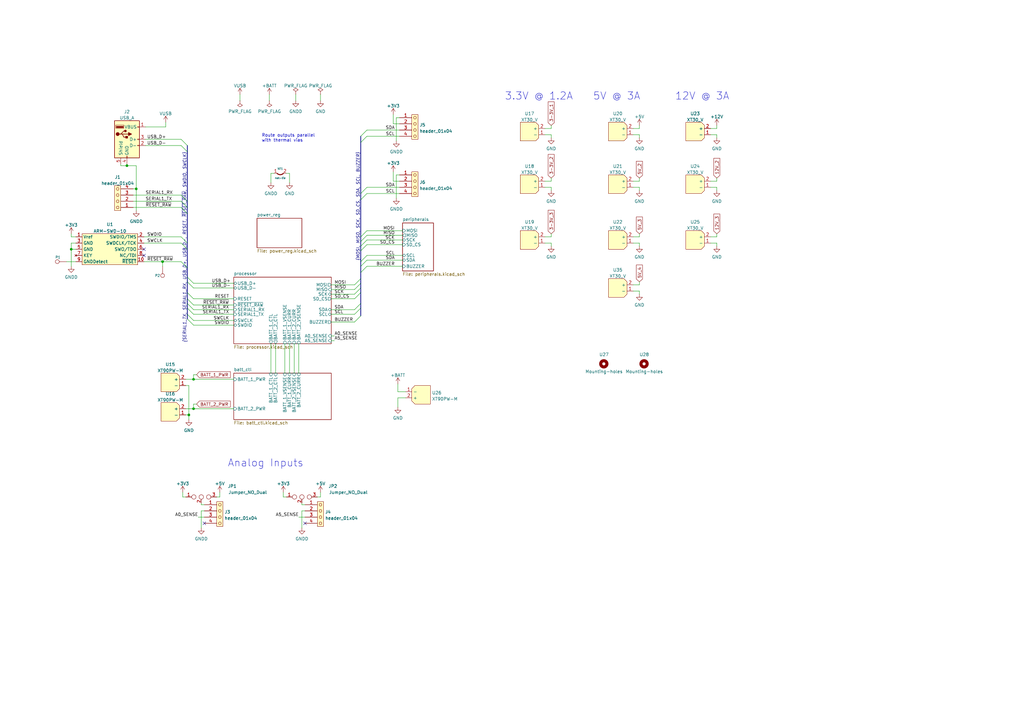
<source format=kicad_sch>
(kicad_sch (version 20211123) (generator eeschema)
  (paper "A3")
  (title_block (title "Onyx Unified Power Control Board") (date "2023-02-26") (rev "1.1") (company "Team Inspiration "))
  (lib_symbols
    (symbol "0.power-symbols:+12V" (power) (pin_names (offset 0))
      (property "Value" "+12V" (at 0 3.556 0))
      (symbol "+12V_0_1"
        (polyline (pts (xy -0.762 1.27) (xy 0 2.54)))
        (polyline (pts (xy 0 0) (xy 0 2.54)))
        (polyline (pts (xy 0 2.54) (xy 0.762 1.27)))
      )
      (symbol "+12V_1_1"
        (pin power_in line (at 0 0 90) (length 0) hide (name "+12V") (number "1"))
      )
    )
    (symbol "0.power-symbols:+3.3V" (power) (pin_names (offset 0))
      (property "Value" "+3.3V" (at 0 3.556 0))
      (symbol "+3.3V_0_1"
        (polyline (pts (xy -0.762 1.27) (xy 0 2.54)))
        (polyline (pts (xy 0 0) (xy 0 2.54)))
        (polyline (pts (xy 0 2.54) (xy 0.762 1.27)))
      )
      (symbol "+3.3V_1_1"
        (pin power_in line (at 0 0 90) (length 0) hide (name "+3V3") (number "1"))
      )
    )
    (symbol "0.power-symbols:+5V" (power) (pin_names (offset 0))
      (property "Value" "+5V" (at 0 3.556 0))
      (symbol "+5V_0_1"
        (polyline (pts (xy -0.762 1.27) (xy 0 2.54)))
        (polyline (pts (xy 0 0) (xy 0 2.54)))
        (polyline (pts (xy 0 2.54) (xy 0.762 1.27)))
      )
      (symbol "+5V_1_1"
        (pin power_in line (at 0 0 90) (length 0) hide (name "+5V") (number "1"))
      )
    )
    (symbol "0.power-symbols:+BATT" (power) (pin_names (offset 0))
      (property "Value" "+BATT" (at 0 3.556 0))
      (symbol "+BATT_0_1"
        (polyline (pts (xy -0.762 1.27) (xy 0 2.54)))
        (polyline (pts (xy 0 0) (xy 0 2.54)))
        (polyline (pts (xy 0 2.54) (xy 0.762 1.27)))
      )
      (symbol "+BATT_1_1"
        (pin power_in line (at 0 0 90) (length 0) hide (name "+BATT") (number "1"))
      )
    )
    (symbol "0.power-symbols:GND" (power) (pin_names (offset 0))
      (property "Value" "GND" (at 0 -3.81 0))
      (symbol "GND_0_1"
        (polyline (pts (xy 0 0) (xy 0 -1.27) (xy 1.27 -1.27) (xy 0 -2.54) (xy -1.27 -1.27) (xy 0 -1.27)))
      )
      (symbol "GND_1_1"
        (pin power_in line (at 0 0 270) (length 0) hide (name "GND") (number "1"))
      )
    )
    (symbol "0.power-symbols:GNDD" (power) (pin_names (offset 0))
      (property "Value" "GNDD" (at 0 -3.81 0))
      (symbol "GNDD_0_1"
        (polyline (pts (xy 0 0) (xy 0 -1.27) (xy 1.27 -1.27) (xy 0 -2.54) (xy -1.27 -1.27) (xy 0 -1.27)))
      )
      (symbol "GNDD_1_1"
        (pin power_in line (at 0 0 270) (length 0) hide (name "GNDD") (number "1"))
      )
    )
    (symbol "0.power-symbols:PWR_FLAG" (power) (pin_numbers hide) (pin_names (offset 0) hide)
      (property "Value" "PWR_FLAG" (at 0 3.81 0))
      (symbol "PWR_FLAG_0_0"
        (pin power_out line (at 0 0 90) (length 0) (name "pwr") (number "1"))
      )
      (symbol "PWR_FLAG_0_1"
        (polyline (pts (xy 0 0) (xy 0 1.27) (xy -1.016 1.905) (xy 0 2.54) (xy 1.016 1.905) (xy 0 1.27)))
      )
    )
    (symbol "0.power-symbols:VUSB" (power) (pin_names (offset 0))
      (property "Value" "VUSB" (at 0 3.556 0))
      (symbol "VUSB_0_1"
        (polyline (pts (xy -0.762 1.27) (xy 0 2.54)))
        (polyline (pts (xy 0 0) (xy 0 2.54)))
        (polyline (pts (xy 0 2.54) (xy 0.762 1.27)))
      )
      (symbol "VUSB_1_1"
        (pin power_in line (at 0 0 90) (length 0) hide (name "VUSB") (number "1"))
      )
    )
    (symbol "0.power-symbols:net-tie" (pin_names (offset 1.016))
      (property "Reference" "NT" (at 0 0 0))
      (property "Value" "net-tie" (at 0 0 0))
      (symbol "net-tie_0_1"
        (arc (start -1.27 -1.27) (mid 0 -1.7961) (end 1.27 -1.27) (stroke (width 0.4064)))
      )
      (symbol "net-tie_1_1"
        (pin passive line (at -2.54 -1.27 0) (length 1.2446) (name "~") (number "1"))
        (pin passive line (at 2.54 -1.27 180) (length 1.2446) (name "~") (number "2"))
      )
    )
    (symbol "2.passive:Jumper_NO_Dual" (pin_names (offset 0.762) hide)
      (property "Reference" "JP" (at 1.27 -2.54 0))
      (property "Value" "Jumper_NO_Dual" (at 0 2.54 0))
      (symbol "Jumper_NO_Dual_0_1"
        (circle (center -3.048 0) (radius 0.889))
        (circle (center 0 0) (radius 0.9144))
        (circle (center 3.048 0) (radius 0.889))
        (pin passive line (at -6.35 0 0) (length 2.413) (name "1") (number "1"))
        (pin passive line (at 0 -2.54 90) (length 1.524) (name "2") (number "2"))
        (pin passive line (at 6.35 0 180) (length 2.413) (name "3") (number "3"))
      )
    )
    (symbol "5.connector.interconnect.usb_dvi_hdmi:ARM-SWD-10"
      (property "Reference" "U" (at -11.43 3.81 0))
      (property "Value" "ARM-SWD-10" (at -11.43 1.27 0))
      (symbol "ARM-SWD-10_0_1"
        (rectangle (start -11.43 0) (end 11.43 -12.7) (fill (type background)))
      )
      (symbol "ARM-SWD-10_1_1"
        (pin power_in line (at -13.97 -1.27 0) (length 2.54) (name "Vref") (number "1"))
        (pin open_collector line (at 13.97 -11.43 180) (length 2.54) (name "~{RESET}") (number "10"))
        (pin bidirectional line (at 13.97 -1.27 180) (length 2.54) (name "SWDIO/TMS") (number "2"))
        (pin power_in line (at -13.97 -3.81 0) (length 2.54) (name "GND") (number "3"))
        (pin output line (at 13.97 -3.81 180) (length 2.54) (name "SWDCLK/TCK") (number "4"))
        (pin passive line (at -13.97 -6.35 0) (length 2.54) (name "GND") (number "5"))
        (pin input line (at 13.97 -6.35 180) (length 2.54) (name "SWO/TDO") (number "6"))
        (pin no_connect line (at -13.97 -8.89 0) (length 2.54) (name "KEY") (number "7"))
        (pin output line (at 13.97 -8.89 180) (length 2.54) (name "NC/TDI") (number "8"))
        (pin passive line (at -13.97 -11.43 0) (length 2.54) (name "GNDDetect") (number "9"))
      )
    )
    (symbol "5.connector.interconnect.usb_dvi_hdmi:USB_A" (pin_names (offset 1.016))
      (property "Reference" "J" (at -5.08 11.43 0))
      (property "Value" "USB_A" (at -5.08 8.89 0))
      (symbol "USB_A_0_1"
        (rectangle (start -5.08 -7.62) (end 5.08 7.62) (stroke (width 0.254)) (fill (type background)))
        (circle (center -3.81 2.159) (radius 0.635) (stroke (width 0.254)) (fill (type outline)))
        (rectangle (start -1.524 4.826) (end -4.318 5.334) (fill (type outline)))
        (rectangle (start -1.27 4.572) (end -4.572 5.842))
        (circle (center -0.635 3.429) (radius 0.381) (stroke (width 0.254)) (fill (type outline)))
        (rectangle (start -0.127 -7.62) (end 0.127 -6.858))
        (polyline (pts (xy -3.175 2.159) (xy -2.54 2.159) (xy -1.27 3.429) (xy -0.635 3.429)) (stroke (width 0.254)))
        (polyline (pts (xy -2.54 2.159) (xy -1.905 2.159) (xy -1.27 0.889) (xy 0 0.889)) (stroke (width 0.254)))
        (polyline (pts (xy 0.635 2.794) (xy 0.635 1.524) (xy 1.905 2.159) (xy 0.635 2.794)) (stroke (width 0.254)) (fill (type outline)))
        (rectangle (start 0.254 1.27) (end -0.508 0.508) (stroke (width 0.254)) (fill (type outline)))
        (rectangle (start 5.08 -2.667) (end 4.318 -2.413))
        (rectangle (start 5.08 -0.127) (end 4.318 0.127))
        (rectangle (start 5.08 4.953) (end 4.318 5.207))
      )
      (symbol "USB_A_1_1"
        (polyline (pts (xy -1.905 2.159) (xy 0.635 2.159)) (stroke (width 0.254)))
        (pin power_in line (at 7.62 5.08 180) (length 2.54) (name "VBUS") (number "1"))
        (pin passive line (at 7.62 -2.54 180) (length 2.54) (name "D-") (number "2"))
        (pin passive line (at 7.62 0 180) (length 2.54) (name "D+") (number "3"))
        (pin power_in line (at 0 -10.16 90) (length 2.54) (name "GND") (number "4"))
        (pin passive line (at -2.54 -10.16 90) (length 2.54) (name "Shield") (number "5"))
      )
    )
    (symbol "5.connector.interconnect:CONN_1" (pin_numbers hide) (pin_names (offset 0.762) hide)
      (property "Reference" "P" (at 2.032 0 0))
      (symbol "CONN_1_0_1"
        (polyline (pts (xy -0.762 0) (xy -1.27 0)))
        (circle (center 0 0) (radius 0.7874))
      )
      (symbol "CONN_1_1_1"
        (pin passive line (at -3.81 0 0) (length 2.54) (name "1") (number "1"))
      )
    )
    (symbol "5.connector.interconnect:Mounting-holes"
      (property "Reference" "U" (at 0 5.08 0))
      (property "Value" "Mounting-holes" (at 0 3.81 0))
      (symbol "Mounting-holes_0_1"
        (circle (center 0 0) (radius 1.27) (stroke (width 1.27)))
      )
      (symbol "Mounting-holes_1_1"
        (pin no_connect line (at 2.54 0 180) (length 2.54) hide (name "") (number "1"))
      )
    )
    (symbol "5.connector.interconnect:header_01x04" (pin_names (offset 1.016))
      (property "Reference" "J" (at 0 6.35 0))
      (property "Value" "header_01x04" (at 0 -6.35 0))
      (symbol "header_01x04_0_1"
        (circle (center 0 -3.81) (radius 0.5588))
        (circle (center 0 -1.27) (radius 0.5588))
        (circle (center 0 1.27) (radius 0.5588))
        (circle (center 0 3.81) (radius 0.5588))
        (rectangle (start 1.27 -5.08) (end -1.27 5.08) (fill (type background)))
      )
      (symbol "header_01x04_1_1"
        (pin passive line (at -6.35 3.81 0) (length 5.08) (name "~") (number "1"))
        (pin passive line (at -6.35 1.27 0) (length 5.08) (name "~") (number "2"))
        (pin passive line (at -6.35 -1.27 0) (length 5.08) (name "~") (number "3"))
        (pin passive line (at -6.35 -3.81 0) (length 5.08) (name "~") (number "4"))
      )
    )
    (symbol "XT90PW-M_1"
      (property "Reference" "U" (at 0 3.81 0))
      (property "Value" "XT90PW-M_1" (at 0 1.27 0))
      (symbol "XT90PW-M_1_0_1"
        (polyline (pts (xy 0 0) (xy 1.27 -1.27) (xy 1.27 -6.35) (xy 0 -7.62) (xy -6.35 -7.62) (xy -6.35 0) (xy 0 0)) (fill (type background)))
      )
      (symbol "XT90PW-M_1_1_1"
        (pin passive line (at 3.81 -5.08 180) (length 2.54) (name "-") (number "1"))
        (pin passive line (at 3.81 -2.54 180) (length 2.54) (name "+") (number "2"))
      )
    )
    (symbol "XT90PW-M_2"
      (property "Reference" "U" (at 0 3.81 0))
      (property "Value" "XT90PW-M_2" (at 0 1.27 0))
      (symbol "XT90PW-M_2_0_1"
        (polyline (pts (xy 0 0) (xy 1.27 -1.27) (xy 1.27 -6.35) (xy 0 -7.62) (xy -6.35 -7.62) (xy -6.35 0) (xy 0 0)) (fill (type background)))
      )
      (symbol "XT90PW-M_2_1_1"
        (pin passive line (at 3.81 -5.08 180) (length 2.54) (name "-") (number "1"))
        (pin passive line (at 3.81 -2.54 180) (length 2.54) (name "+") (number "2"))
      )
    )
  )
  (junction (at 66.675 107.315))
  (junction (at 79.375 155.575))
  (junction (at 52.07 67.945))
  (junction (at 79.375 167.64))
  (junction (at 29.21 102.235))
  (junction (at 77.47 170.18))
  (junction (at 55.88 77.47))
  (no_connect (at 59.055 104.775))
  (no_connect (at 125.095 214.63))
  (no_connect (at 83.82 214.63))
  (no_connect (at 59.055 102.235))
  (bus_entry (at 150.495 55.88) (size -2.54 2.54))
  (bus_entry (at 150.495 94.615) (size -2.54 2.54))
  (bus_entry (at 150.495 98.425) (size -2.54 2.54))
  (bus_entry (at 74.295 85.09) (size 2.54 2.54))
  (bus_entry (at 145.415 128.905) (size 2.54 -2.54))
  (bus_entry (at 74.295 99.695) (size 2.54 2.54))
  (bus_entry (at 74.295 59.69) (size 2.54 2.54))
  (bus_entry (at 76.835 113.665) (size 2.54 2.54))
  (bus_entry (at 145.415 122.555) (size 2.54 -2.54))
  (bus_entry (at 74.295 97.155) (size 2.54 2.54))
  (bus_entry (at 150.495 106.68) (size -2.54 2.54))
  (bus_entry (at 74.295 80.01) (size 2.54 2.54))
  (bus_entry (at 150.495 76.835) (size -2.54 2.54))
  (bus_entry (at 145.415 118.745) (size 2.54 -2.54))
  (bus_entry (at 150.495 104.775) (size -2.54 2.54))
  (bus_entry (at 74.295 107.315) (size 2.54 2.54))
  (bus_entry (at 76.835 128.905) (size 2.54 2.54))
  (bus_entry (at 145.415 132.08) (size 2.54 -2.54))
  (bus_entry (at 76.835 130.81) (size 2.54 2.54))
  (bus_entry (at 150.495 96.52) (size -2.54 2.54))
  (bus_entry (at 150.495 53.34) (size -2.54 2.54))
  (bus_entry (at 76.835 120.015) (size 2.54 2.54))
  (bus_entry (at 145.415 120.65) (size 2.54 -2.54))
  (bus_entry (at 145.415 127) (size 2.54 -2.54))
  (bus_entry (at 76.835 124.46) (size 2.54 2.54))
  (bus_entry (at 76.835 115.57) (size 2.54 2.54))
  (bus_entry (at 150.495 100.33) (size -2.54 2.54))
  (bus_entry (at 76.835 122.555) (size 2.54 2.54))
  (bus_entry (at 74.295 82.55) (size 2.54 2.54))
  (bus_entry (at 145.415 116.84) (size 2.54 -2.54))
  (bus_entry (at 76.835 126.365) (size 2.54 2.54))
  (bus_entry (at 150.495 109.22) (size -2.54 2.54))
  (bus_entry (at 150.495 79.375) (size -2.54 2.54))
  (bus_entry (at 74.295 57.15) (size 2.54 2.54))
  (wire (pts (xy 162.56 48.26) (xy 162.56 57.785)))
  (wire (pts (xy 294.005 78.105) (xy 294.005 76.835)))
  (wire (pts (xy 123.825 206.375) (xy 123.825 207.01)))
  (wire (pts (xy 118.745 71.12) (xy 118.745 74.93)))
  (wire (pts (xy 29.21 99.695) (xy 29.21 102.235)))
  (bus (pts (xy 76.835 126.365) (xy 76.835 128.905)))
  (wire (pts (xy 74.93 201.93) (xy 74.93 203.835)))
  (wire (pts (xy 79.375 122.555) (xy 95.885 122.555)))
  (wire (pts (xy 111.125 140.97) (xy 111.125 153.035)))
  (wire (pts (xy 59.055 99.695) (xy 74.295 99.695)))
  (wire (pts (xy 262.255 76.835) (xy 259.715 76.835)))
  (wire (pts (xy 59.69 57.15) (xy 74.295 57.15)))
  (wire (pts (xy 294.005 100.965) (xy 294.005 99.695)))
  (wire (pts (xy 262.255 55.245) (xy 259.715 55.245)))
  (bus (pts (xy 147.955 79.375) (xy 147.955 81.915)))
  (wire (pts (xy 150.495 106.68) (xy 165.1 106.68)))
  (bus (pts (xy 76.835 85.09) (xy 76.835 87.63)))
  (wire (pts (xy 294.005 51.435) (xy 294.005 52.705)))
  (wire (pts (xy 150.495 109.22) (xy 165.1 109.22)))
  (wire (pts (xy 90.17 203.835) (xy 88.9 203.835)))
  (bus (pts (xy 76.835 102.235) (xy 76.835 109.855)))
  (wire (pts (xy 150.495 79.375) (xy 163.83 79.375)))
  (wire (pts (xy 161.29 50.8) (xy 163.83 50.8)))
  (wire (pts (xy 226.06 74.295) (xy 223.52 74.295)))
  (wire (pts (xy 294.005 97.155) (xy 291.465 97.155)))
  (bus (pts (xy 147.955 118.11) (xy 147.955 120.015)))
  (bus (pts (xy 147.955 111.76) (xy 147.955 114.3)))
  (bus (pts (xy 147.955 81.915) (xy 147.955 97.155)))
  (wire (pts (xy 29.21 102.235) (xy 31.115 102.235)))
  (wire (pts (xy 163.195 167.005) (xy 163.195 163.195)))
  (wire (pts (xy 226.06 76.835) (xy 223.52 76.835)))
  (wire (pts (xy 66.675 107.315) (xy 74.295 107.315)))
  (wire (pts (xy 161.29 74.295) (xy 163.83 74.295)))
  (bus (pts (xy 147.955 58.42) (xy 147.955 79.375)))
  (wire (pts (xy 161.29 46.99) (xy 161.29 50.8)))
  (wire (pts (xy 79.375 165.735) (xy 79.375 167.64)))
  (bus (pts (xy 147.955 126.365) (xy 147.955 129.54)))
  (wire (pts (xy 161.29 70.485) (xy 161.29 74.295)))
  (wire (pts (xy 294.005 99.695) (xy 291.465 99.695)))
  (bus (pts (xy 76.835 115.57) (xy 76.835 120.015)))
  (bus (pts (xy 76.835 62.23) (xy 76.835 82.55)))
  (wire (pts (xy 59.055 107.315) (xy 66.675 107.315)))
  (wire (pts (xy 294.005 55.245) (xy 291.465 55.245)))
  (wire (pts (xy 54.61 80.01) (xy 74.295 80.01)))
  (wire (pts (xy 226.06 73.025) (xy 226.06 74.295)))
  (bus (pts (xy 76.835 113.665) (xy 76.835 115.57)))
  (wire (pts (xy 79.375 131.445) (xy 95.885 131.445)))
  (wire (pts (xy 29.21 99.695) (xy 31.115 99.695)))
  (wire (pts (xy 123.825 207.01) (xy 125.095 207.01)))
  (wire (pts (xy 226.06 95.885) (xy 226.06 97.155)))
  (wire (pts (xy 82.55 216.535) (xy 82.55 209.55)))
  (wire (pts (xy 123.825 216.535) (xy 123.825 209.55)))
  (wire (pts (xy 123.825 209.55) (xy 125.095 209.55)))
  (wire (pts (xy 162.56 71.755) (xy 163.83 71.755)))
  (wire (pts (xy 150.495 100.33) (xy 165.1 100.33)))
  (wire (pts (xy 80.645 153.67) (xy 79.375 153.67)))
  (wire (pts (xy 111.125 71.12) (xy 111.125 74.93)))
  (wire (pts (xy 76.2 155.575) (xy 79.375 155.575)))
  (wire (pts (xy 150.495 55.88) (xy 163.83 55.88)))
  (wire (pts (xy 116.84 140.97) (xy 116.84 153.035)))
  (wire (pts (xy 82.55 209.55) (xy 83.82 209.55)))
  (bus (pts (xy 76.835 120.015) (xy 76.835 122.555)))
  (bus (pts (xy 76.835 87.63) (xy 76.835 99.695)))
  (wire (pts (xy 81.28 212.09) (xy 83.82 212.09)))
  (wire (pts (xy 29.21 97.155) (xy 31.115 97.155)))
  (wire (pts (xy 294.005 95.885) (xy 294.005 97.155)))
  (wire (pts (xy 76.2 158.115) (xy 77.47 158.115)))
  (wire (pts (xy 77.47 158.115) (xy 77.47 170.18)))
  (wire (pts (xy 121.285 38.735) (xy 121.285 41.275)))
  (wire (pts (xy 79.375 125.095) (xy 95.885 125.095)))
  (wire (pts (xy 262.255 95.885) (xy 262.255 97.155)))
  (wire (pts (xy 120.65 140.97) (xy 120.65 153.035)))
  (bus (pts (xy 76.835 128.905) (xy 76.835 130.81)))
  (wire (pts (xy 226.06 52.705) (xy 223.52 52.705)))
  (wire (pts (xy 59.055 97.155) (xy 74.295 97.155)))
  (wire (pts (xy 262.255 99.695) (xy 259.715 99.695)))
  (wire (pts (xy 226.06 51.435) (xy 226.06 52.705)))
  (bus (pts (xy 147.955 109.22) (xy 147.955 107.315)))
  (wire (pts (xy 163.195 160.655) (xy 166.37 160.655)))
  (wire (pts (xy 122.555 212.09) (xy 125.095 212.09)))
  (wire (pts (xy 79.375 155.575) (xy 95.885 155.575)))
  (wire (pts (xy 262.255 97.155) (xy 259.715 97.155)))
  (wire (pts (xy 131.445 203.835) (xy 130.175 203.835)))
  (bus (pts (xy 76.835 122.555) (xy 76.835 124.46)))
  (wire (pts (xy 79.375 128.905) (xy 95.885 128.905)))
  (wire (pts (xy 135.89 132.08) (xy 145.415 132.08)))
  (wire (pts (xy 262.255 116.84) (xy 259.715 116.84)))
  (wire (pts (xy 55.88 67.945) (xy 55.88 77.47)))
  (bus (pts (xy 147.955 116.205) (xy 147.955 118.11)))
  (wire (pts (xy 77.47 170.18) (xy 77.47 172.085)))
  (wire (pts (xy 52.07 67.945) (xy 52.07 67.31)))
  (wire (pts (xy 118.745 140.97) (xy 118.745 153.035)))
  (wire (pts (xy 262.255 120.65) (xy 262.255 119.38)))
  (wire (pts (xy 294.005 76.835) (xy 291.465 76.835)))
  (wire (pts (xy 163.195 163.195) (xy 166.37 163.195)))
  (wire (pts (xy 117.475 71.12) (xy 118.745 71.12)))
  (bus (pts (xy 76.835 82.55) (xy 76.835 85.09)))
  (wire (pts (xy 54.61 82.55) (xy 74.295 82.55)))
  (wire (pts (xy 29.21 95.885) (xy 29.21 97.155)))
  (wire (pts (xy 226.06 56.515) (xy 226.06 55.245)))
  (wire (pts (xy 79.375 133.35) (xy 95.885 133.35)))
  (wire (pts (xy 135.89 122.555) (xy 145.415 122.555)))
  (wire (pts (xy 294.005 73.025) (xy 294.005 74.295)))
  (wire (pts (xy 226.06 100.965) (xy 226.06 99.695)))
  (wire (pts (xy 112.395 71.12) (xy 111.125 71.12)))
  (wire (pts (xy 150.495 104.775) (xy 165.1 104.775)))
  (wire (pts (xy 54.61 77.47) (xy 55.88 77.47)))
  (wire (pts (xy 110.49 38.735) (xy 110.49 41.275)))
  (wire (pts (xy 74.93 203.835) (xy 76.2 203.835)))
  (bus (pts (xy 147.955 114.3) (xy 147.955 116.205)))
  (wire (pts (xy 79.375 167.64) (xy 95.885 167.64)))
  (wire (pts (xy 49.53 67.31) (xy 49.53 67.945)))
  (wire (pts (xy 262.255 56.515) (xy 262.255 55.245)))
  (wire (pts (xy 226.06 55.245) (xy 223.52 55.245)))
  (wire (pts (xy 135.89 118.745) (xy 145.415 118.745)))
  (wire (pts (xy 262.255 119.38) (xy 259.715 119.38)))
  (wire (pts (xy 79.375 153.67) (xy 79.375 155.575)))
  (wire (pts (xy 82.55 207.01) (xy 83.82 207.01)))
  (wire (pts (xy 79.375 127) (xy 95.885 127)))
  (wire (pts (xy 55.88 77.47) (xy 55.88 86.36)))
  (wire (pts (xy 79.375 118.11) (xy 95.885 118.11)))
  (wire (pts (xy 294.005 74.295) (xy 291.465 74.295)))
  (wire (pts (xy 90.17 201.93) (xy 90.17 203.835)))
  (wire (pts (xy 150.495 94.615) (xy 165.1 94.615)))
  (wire (pts (xy 135.89 120.65) (xy 145.415 120.65)))
  (wire (pts (xy 98.425 38.735) (xy 98.425 41.275)))
  (bus (pts (xy 76.835 99.695) (xy 76.835 102.235)))
  (wire (pts (xy 262.255 74.295) (xy 259.715 74.295)))
  (wire (pts (xy 116.205 201.93) (xy 116.205 203.835)))
  (wire (pts (xy 27.305 107.315) (xy 31.115 107.315)))
  (bus (pts (xy 147.955 102.87) (xy 147.955 100.965)))
  (wire (pts (xy 113.03 140.97) (xy 113.03 153.035)))
  (bus (pts (xy 147.955 55.88) (xy 147.955 58.42)))
  (wire (pts (xy 262.255 100.965) (xy 262.255 99.695)))
  (wire (pts (xy 135.89 137.795) (xy 137.16 137.795)))
  (wire (pts (xy 135.89 139.7) (xy 137.16 139.7)))
  (wire (pts (xy 262.255 52.705) (xy 259.715 52.705)))
  (wire (pts (xy 162.56 48.26) (xy 163.83 48.26)))
  (wire (pts (xy 135.89 128.905) (xy 145.415 128.905)))
  (wire (pts (xy 59.69 59.69) (xy 74.295 59.69)))
  (wire (pts (xy 150.495 98.425) (xy 165.1 98.425)))
  (wire (pts (xy 116.205 203.835) (xy 117.475 203.835)))
  (wire (pts (xy 162.56 71.755) (xy 162.56 81.28)))
  (wire (pts (xy 226.06 78.105) (xy 226.06 76.835)))
  (wire (pts (xy 150.495 53.34) (xy 163.83 53.34)))
  (wire (pts (xy 76.2 167.64) (xy 79.375 167.64)))
  (wire (pts (xy 131.445 201.93) (xy 131.445 203.835)))
  (bus (pts (xy 147.955 100.965) (xy 147.955 99.06)))
  (wire (pts (xy 226.06 99.695) (xy 223.52 99.695)))
  (bus (pts (xy 147.955 120.015) (xy 147.955 124.46)))
  (wire (pts (xy 135.89 116.84) (xy 145.415 116.84)))
  (bus (pts (xy 147.955 124.46) (xy 147.955 126.365)))
  (bus (pts (xy 76.835 124.46) (xy 76.835 126.365)))
  (wire (pts (xy 226.06 97.155) (xy 223.52 97.155)))
  (bus (pts (xy 147.955 109.22) (xy 147.955 111.76)))
  (wire (pts (xy 76.2 170.18) (xy 77.47 170.18)))
  (wire (pts (xy 54.61 85.09) (xy 74.295 85.09)))
  (bus (pts (xy 76.835 109.855) (xy 76.835 113.665)))
  (wire (pts (xy 150.495 96.52) (xy 165.1 96.52)))
  (wire (pts (xy 262.255 78.105) (xy 262.255 76.835)))
  (wire (pts (xy 52.07 67.945) (xy 55.88 67.945)))
  (bus (pts (xy 147.955 102.87) (xy 147.955 107.315)))
  (wire (pts (xy 122.555 140.97) (xy 122.555 153.035)))
  (bus (pts (xy 147.955 99.06) (xy 147.955 97.155)))
  (wire (pts (xy 49.53 67.945) (xy 52.07 67.945)))
  (wire (pts (xy 80.645 165.735) (xy 79.375 165.735)))
  (wire (pts (xy 262.255 115.57) (xy 262.255 116.84)))
  (bus (pts (xy 76.835 59.69) (xy 76.835 62.23)))
  (wire (pts (xy 67.945 52.07) (xy 59.69 52.07)))
  (wire (pts (xy 67.945 50.165) (xy 67.945 52.07)))
  (wire (pts (xy 294.005 56.515) (xy 294.005 55.245)))
  (wire (pts (xy 163.195 157.48) (xy 163.195 160.655)))
  (wire (pts (xy 150.495 76.835) (xy 163.83 76.835)))
  (wire (pts (xy 131.445 38.735) (xy 131.445 41.275)))
  (wire (pts (xy 79.375 116.205) (xy 95.885 116.205)))
  (wire (pts (xy 82.55 206.375) (xy 82.55 207.01)))
  (wire (pts (xy 294.005 52.705) (xy 291.465 52.705)))
  (wire (pts (xy 66.675 107.315) (xy 66.675 109.22)))
  (wire (pts (xy 262.255 51.435) (xy 262.255 52.705)))
  (wire (pts (xy 135.89 127) (xy 145.415 127)))
  (wire (pts (xy 29.21 102.235) (xy 29.21 109.22)))
  (wire (pts (xy 262.255 73.025) (xy 262.255 74.295)))
  (text "12V @ 3A" (at 276.86 41.275 0) (effects (font (size 3 3)) (justify left bottom)))
  (text "Analog Inputs" (at 93.345 191.77 0) (effects (font (size 3 3)) (justify left bottom)))
  (text "Route outputs parallel\nwith thermal vias" (at 107.315 58.42 0) (effects (font (size 1.27 1.27)) (justify left bottom)))
  (text "3.3V @ 1.2A" (at 207.01 41.275 0) (effects (font (size 3 3)) (justify left bottom)))
  (text "5V @ 3A" (at 243.205 41.275 0) (effects (font (size 3 3)) (justify left bottom)))
  (label "SDA" (at 161.925 106.68 180))
  (label "SWCLK" (at 60.325 99.695 0))
  (label "SCL" (at 161.925 55.88 180))
  (label "SCK" (at 137.16 120.65 0))
  (label "A0_SENSE" (at 137.16 137.795 0))
  (label "SDA" (at 137.16 127 0))
  (label "MISO" (at 161.925 96.52 180))
  (label "SCL" (at 161.925 104.775 180))
  (label "SCL" (at 137.16 128.905 0))
  (label "BUZZER" (at 137.16 132.08 0))
  (label "A5_SENSE" (at 137.16 139.7 0))
  (label "SD_CS" (at 161.925 100.33 180))
  (label "~{RESET_RAW}" (at 93.98 125.095 180))
  (label "A5_SENSE" (at 122.555 212.09 180))
  (label "BUZZER" (at 161.925 109.22 180))
  (label "USB_D+" (at 94.615 116.205 180))
  (label "{MOSI, MISO, SCK, SD_CS, SDA, SCL, BUZZER}" (at 147.955 62.23 270) (effects (font italic)))
  (label "SWCLK" (at 93.98 131.445 180))
  (label "MISO" (at 137.16 118.745 0))
  (label "MOSI" (at 161.925 94.615 180))
  (label "SWDIO" (at 93.98 133.35 180))
  (label "RESET" (at 93.98 122.555 180))
  (label "SDA" (at 161.925 53.34 180))
  (label "SCK" (at 161.925 98.425 180))
  (label "{SERIAL1_TX, SERIAL1_RX, USB_D+, USB_D-, RESET, ~{RESET_RAW}, SWDIO, SWCLK}" (at 76.835 62.23 270) (effects (font italic)))
  (label "SERIAL1_TX" (at 59.69 82.55 0))
  (label "~{RESET_RAW}" (at 59.69 85.09 0))
  (label "USB_D-" (at 60.325 59.69 0))
  (label "SERIAL1_TX" (at 93.98 128.905 180))
  (label "USB_D-" (at 94.615 118.11 180))
  (label "SERIAL1_RX" (at 59.69 80.01 0))
  (label "USB_D+" (at 60.325 57.15 0))
  (label "SDA" (at 161.925 76.835 180))
  (label "SCL" (at 161.925 79.375 180))
  (label "MOSI" (at 137.16 116.84 0))
  (label "A0_SENSE" (at 81.28 212.09 180))
  (label "SWDIO" (at 60.325 97.155 0))
  (label "SERIAL1_RX" (at 93.98 127 180))
  (label "SD_CS" (at 137.16 122.555 0))
  (label "~{RESET_RAW}" (at 60.325 107.315 0))
  (global_label "3-3V_3" (shape input) (at 226.06 95.885 90) (property "Intersheet References" "${INTERSHEET_REFS}" (effects hide)))
  (global_label "BATT_2_PWR" (shape input) (at 80.645 165.735 0) (property "Intersheet References" "${INTERSHEET_REFS}" (effects hide)))
  (global_label "3-3V_2" (shape input) (at 226.06 73.025 90) (property "Intersheet References" "${INTERSHEET_REFS}" (effects hide)))
  (global_label "5V_2" (shape input) (at 262.255 73.025 90) (property "Intersheet References" "${INTERSHEET_REFS}" (effects hide)))
  (global_label "12V_2" (shape input) (at 294.005 73.025 90) (property "Intersheet References" "${INTERSHEET_REFS}" (effects hide)))
  (global_label "12V_3" (shape input) (at 294.005 95.885 90) (property "Intersheet References" "${INTERSHEET_REFS}" (effects hide)))
  (global_label "3-3V_1" (shape input) (at 226.06 51.435 90) (property "Intersheet References" "${INTERSHEET_REFS}" (effects hide)))
  (global_label "5V_3" (shape input) (at 262.255 95.885 90) (property "Intersheet References" "${INTERSHEET_REFS}" (effects hide)))
  (global_label "5V_4" (shape input) (at 262.255 115.57 90) (property "Intersheet References" "${INTERSHEET_REFS}" (effects hide)))
  (global_label "BATT_1_PWR" (shape input) (at 80.645 153.67 0) (property "Intersheet References" "${INTERSHEET_REFS}" (effects hide)))
  (symbol (lib_id "0.power-symbols:+BATT") (at 110.49 38.735 0) (unit 1)
    (property "Reference" "#PWR022" (effects hide))
    (property "Value" "+BATT" (at 110.49 35.1592 0))
  )
  (symbol (lib_id "5.connector.interconnect:header_01x04") (at 170.18 75.565 0) (unit 1)
    (property "Reference" "J6" (at 172.085 74.7303 0) (effects (justify left)))
    (property "Value" "header_01x04" (at 172.085 77.2672 0) (effects (justify left)))
    (property "Footprint" "5_Connectors_misc:Stemma_QT_2" (effects hide))
  )
  (symbol (lib_id "0.power-symbols:VUSB") (at 98.425 38.735 0) (unit 1)
    (property "Reference" "#PWR0127" (effects hide))
    (property "Value" "VUSB" (at 98.425 35.1592 0))
  )
  (symbol (lib_name "XT90PW-M_1") (lib_id "5.connector.interconnect:XT90PW-M") (at 255.905 114.3 0) (unit 1)
    (property "Reference" "U35" (at 253.365 110.7272 0))
    (property "Value" "XT30_V" (at 253.365 113.2641 0))
    (property "Footprint" "5_Connectors_AMASS:AMASS_XT30U-F_1x02_P5.0mm_Vertical" (effects hide))
    (property "PN" "N/A" (effects hide))
  )
  (symbol (lib_id "5.connector.interconnect:Mounting-holes") (at 264.16 149.225 0) (unit 1)
    (property "Reference" "U28" (at 262.255 145.415 0) (effects (justify left)))
    (property "Value" "Mounting-holes" (at 256.54 152.4 0) (effects (justify left)))
    (property "Footprint" "0_misc:plated_hole_3.0x3.6mm" (effects hide))
  )
  (symbol (lib_id "0.power-symbols:GNDD") (at 29.21 109.22 0) (mirror y) (unit 1)
    (property "Reference" "#PWR02" (effects hide))
    (property "Value" "GNDD" (at 29.21 113.6634 0))
  )
  (symbol (lib_id "0.power-symbols:GNDD") (at 111.125 74.93 0) (unit 1)
    (property "Reference" "#PWR07" (effects hide))
    (property "Value" "GNDD" (at 111.125 79.3734 0))
  )
  (symbol (lib_id "5.connector.interconnect:header_01x04") (at 170.18 52.07 0) (unit 1)
    (property "Reference" "J5" (at 172.085 51.2353 0) (effects (justify left)))
    (property "Value" "header_01x04" (at 172.085 53.7722 0) (effects (justify left)))
    (property "Footprint" "5_Connectors_misc:Stemma_QT_2" (effects hide))
  )
  (symbol (lib_name "XT90PW-M_1") (lib_id "5.connector.interconnect:XT90PW-M") (at 219.71 94.615 0) (unit 1)
    (property "Reference" "U19" (at 217.17 91.0422 0))
    (property "Value" "XT30_V" (at 217.17 93.5791 0))
    (property "Footprint" "5_Connectors_AMASS:AMASS_XT30U-F_1x02_P5.0mm_Vertical" (effects hide))
    (property "PN" "N/A" (effects hide))
  )
  (symbol (lib_id "0.power-symbols:+5V") (at 131.445 201.93 0) (unit 1)
    (property "Reference" "#PWR0138" (effects hide))
    (property "Value" "+5V" (at 131.445 198.3542 0))
  )
  (symbol (lib_name "XT90PW-M_1") (lib_id "5.connector.interconnect:XT90PW-M") (at 219.71 71.755 0) (unit 1)
    (property "Reference" "U18" (at 217.17 68.1822 0))
    (property "Value" "XT30_V" (at 217.17 70.7191 0))
    (property "Footprint" "5_Connectors_AMASS:AMASS_XT30U-F_1x02_P5.0mm_Vertical" (effects hide))
    (property "PN" "N/A" (effects hide))
  )
  (symbol (lib_name "XT90PW-M_1") (lib_id "5.connector.interconnect:XT90PW-M") (at 255.905 71.755 0) (unit 1)
    (property "Reference" "U21" (at 253.365 68.1822 0))
    (property "Value" "XT30_V" (at 253.365 70.7191 0))
    (property "Footprint" "5_Connectors_AMASS:AMASS_XT30U-F_1x02_P5.0mm_Vertical" (effects hide))
    (property "PN" "N/A" (effects hide))
  )
  (symbol (lib_name "XT90PW-M_2") (lib_id "5.connector.interconnect:XT90PW-M") (at 170.18 165.735 180) (unit 1)
    (property "Reference" "U26" (at 177.165 161.0903 0) (effects (justify right)))
    (property "Value" "XT90PW-M" (at 177.165 163.6272 0) (effects (justify right)))
    (property "Footprint" "5_Connectors_AMASS:AMASS_XT90PW-M_Horizontal" (effects hide))
    (property "PN" "5,2" (effects hide))
  )
  (symbol (lib_name "XT90PW-M_2") (lib_id "5.connector.interconnect:XT90PW-M") (at 72.39 153.035 0) (unit 1)
    (property "Reference" "U15" (at 69.85 149.4622 0))
    (property "Value" "XT90PW-M" (at 69.85 151.9991 0))
    (property "Footprint" "5_Connectors_AMASS:AMASS_XT90PW-M_Horizontal" (effects hide))
    (property "PN" "5,2" (effects hide))
  )
  (symbol (lib_id "0.power-symbols:VUSB") (at 67.945 50.165 0) (unit 1)
    (property "Reference" "#PWR05" (effects hide))
    (property "Value" "VUSB" (at 67.945 46.5892 0))
  )
  (symbol (lib_name "XT90PW-M_1") (lib_id "5.connector.interconnect:XT90PW-M") (at 287.655 94.615 0) (unit 1)
    (property "Reference" "U25" (at 285.115 91.0422 0))
    (property "Value" "XT30_V" (at 285.115 93.5791 0))
    (property "Footprint" "5_Connectors_AMASS:AMASS_XT30U-F_1x02_P5.0mm_Vertical" (effects hide))
    (property "PN" "N/A" (effects hide))
  )
  (symbol (lib_id "0.power-symbols:GNDD") (at 55.88 86.36 0) (mirror y) (unit 1)
    (property "Reference" "#PWR03" (effects hide))
    (property "Value" "GNDD" (at 55.88 90.8034 0))
  )
  (symbol (lib_id "5.connector.interconnect:header_01x04") (at 48.26 81.28 180) (unit 1)
    (property "Reference" "J1" (at 48.26 72.6272 0))
    (property "Value" "header_01x04" (at 48.26 75.1641 0))
    (property "Footprint" "5_Connectors_misc:Stemma_QT_V" (effects hide))
  )
  (symbol (lib_id "0.power-symbols:GND") (at 294.005 56.515 0) (unit 1)
    (property "Reference" "#PWR0120" (effects hide))
    (property "Value" "GND" (at 294.005 60.9584 0))
  )
  (symbol (lib_id "0.power-symbols:GNDD") (at 123.825 216.535 0) (unit 1)
    (property "Reference" "#PWR0106" (effects hide))
    (property "Value" "GNDD" (at 123.825 220.9784 0))
  )
  (symbol (lib_name "XT90PW-M_1") (lib_id "5.connector.interconnect:XT90PW-M") (at 287.655 71.755 0) (unit 1)
    (property "Reference" "U24" (at 285.115 68.1822 0))
    (property "Value" "XT30_V" (at 285.115 70.7191 0))
    (property "Footprint" "5_Connectors_AMASS:AMASS_XT30U-F_1x02_P5.0mm_Vertical" (effects hide))
    (property "PN" "N/A" (effects hide))
  )
  (symbol (lib_id "0.power-symbols:PWR_FLAG") (at 121.285 38.735 0) (unit 1)
    (property "Reference" "#FLG05" (effects hide))
    (property "Value" "PWR_FLAG" (at 121.285 35.1592 0))
  )
  (symbol (lib_id "0.power-symbols:GNDD") (at 162.56 81.28 0) (mirror y) (unit 1)
    (property "Reference" "#PWR012" (effects hide))
    (property "Value" "GNDD" (at 162.56 85.7234 0))
  )
  (symbol (lib_id "0.power-symbols:PWR_FLAG") (at 98.425 41.275 180) (unit 1)
    (property "Reference" "#FLG02" (effects hide))
    (property "Value" "PWR_FLAG" (at 98.425 45.72 0))
  )
  (symbol (lib_id "0.power-symbols:+BATT") (at 163.195 157.48 0) (unit 1)
    (property "Reference" "#PWR0128" (effects hide))
    (property "Value" "+BATT" (at 163.195 153.9042 0))
  )
  (symbol (lib_id "0.power-symbols:+5V") (at 262.255 51.435 0) (unit 1)
    (property "Reference" "#PWR0133" (effects hide))
    (property "Value" "+5V" (at 262.255 47.8592 0))
  )
  (symbol (lib_id "0.power-symbols:GND") (at 294.005 100.965 0) (unit 1)
    (property "Reference" "#PWR0124" (effects hide))
    (property "Value" "GND" (at 294.005 105.4084 0))
  )
  (symbol (lib_id "0.power-symbols:+5V") (at 90.17 201.93 0) (unit 1)
    (property "Reference" "#PWR0102" (effects hide))
    (property "Value" "+5V" (at 90.17 198.3542 0))
  )
  (symbol (lib_id "0.power-symbols:GND") (at 226.06 100.965 0) (unit 1)
    (property "Reference" "#PWR0134" (effects hide))
    (property "Value" "GND" (at 226.06 105.4084 0))
  )
  (symbol (lib_id "0.power-symbols:+3.3V") (at 29.21 95.885 0) (unit 1)
    (property "Reference" "#PWR01" (effects hide))
    (property "Value" "+3.3V" (at 29.21 92.2805 0))
  )
  (symbol (lib_id "2.passive:Jumper_NO_Dual") (at 123.825 203.835 0) (unit 1)
    (property "Reference" "JP2" (at 136.525 199.39 0))
    (property "Value" "Jumper_NO_Dual" (at 142.875 201.93 0))
    (property "Footprint" "0_misc:SolderJumper-3_P1.3mm_Open_RoundedPad1.0x1.5mm_NumberLabels" (effects hide))
  )
  (symbol (lib_name "XT90PW-M_1") (lib_id "5.connector.interconnect:XT90PW-M") (at 219.71 50.165 0) (unit 1)
    (property "Reference" "U17" (at 217.17 46.5922 0))
    (property "Value" "XT30_V" (at 217.17 49.1291 0))
    (property "Footprint" "5_Connectors_AMASS:AMASS_XT30U-F_1x02_P5.0mm_Vertical" (effects hide))
    (property "PN" "N/A" (effects hide))
  )
  (symbol (lib_id "5.connector.interconnect:header_01x04") (at 131.445 210.82 0) (unit 1)
    (property "Reference" "J4" (at 133.35 209.9853 0) (effects (justify left)))
    (property "Value" "header_01x04" (at 133.35 212.5222 0) (effects (justify left)))
    (property "Footprint" "5_Connectors_misc:Stemma_QT_2" (effects hide))
  )
  (symbol (lib_name "XT90PW-M_2") (lib_id "5.connector.interconnect:XT90PW-M") (at 72.39 165.1 0) (unit 1)
    (property "Reference" "U16" (at 69.85 161.5272 0))
    (property "Value" "XT90PW-M" (at 69.85 164.0641 0))
    (property "Footprint" "5_Connectors_AMASS:AMASS_XT90PW-M_Horizontal" (effects hide))
    (property "PN" "5,2" (effects hide))
  )
  (symbol (lib_id "2.passive:Jumper_NO_Dual") (at 82.55 203.835 0) (unit 1)
    (property "Reference" "JP1" (at 95.25 199.39 0))
    (property "Value" "Jumper_NO_Dual" (at 101.6 201.93 0))
    (property "Footprint" "0_misc:SolderJumper-3_P1.3mm_Open_RoundedPad1.0x1.5mm_NumberLabels" (effects hide))
  )
  (symbol (lib_id "0.power-symbols:+3.3V") (at 161.29 46.99 0) (unit 1)
    (property "Reference" "#PWR09" (effects hide))
    (property "Value" "+3.3V" (at 161.29 43.4142 0))
  )
  (symbol (lib_id "0.power-symbols:GND") (at 77.47 172.085 0) (unit 1)
    (property "Reference" "#PWR06" (effects hide))
    (property "Value" "GND" (at 77.47 176.5284 0))
  )
  (symbol (lib_id "0.power-symbols:+3.3V") (at 116.205 201.93 0) (unit 1)
    (property "Reference" "#PWR0129" (effects hide))
    (property "Value" "+3.3V" (at 116.205 198.3542 0))
  )
  (symbol (lib_id "0.power-symbols:net-tie") (at 114.935 69.85 0) (unit 1)
    (property "Reference" "NT1" (at 114.935 69.215 0) (effects (font (size 0.7874 0.7874))))
    (property "Value" "net-tie" (at 114.935 73.025 0) (effects (font (size 0.7874 0.7874))))
    (property "Footprint" "0_NetTie:NetTie-2_SMD_Pad2.0mm" (effects hide))
  )
  (symbol (lib_id "0.power-symbols:GND") (at 118.745 74.93 0) (unit 1)
    (property "Reference" "#PWR08" (effects hide))
    (property "Value" "GND" (at 118.745 79.3734 0))
  )
  (symbol (lib_id "0.power-symbols:+3.3V") (at 161.29 70.485 0) (unit 1)
    (property "Reference" "#PWR010" (effects hide))
    (property "Value" "+3.3V" (at 161.29 66.9092 0))
  )
  (symbol (lib_name "XT90PW-M_1") (lib_id "5.connector.interconnect:XT90PW-M") (at 255.905 94.615 0) (unit 1)
    (property "Reference" "U22" (at 253.365 91.0422 0))
    (property "Value" "XT30_V" (at 253.365 93.5791 0))
    (property "Footprint" "5_Connectors_AMASS:AMASS_XT30U-F_1x02_P5.0mm_Vertical" (effects hide))
    (property "PN" "N/A" (effects hide))
  )
  (symbol (lib_id "5.connector.interconnect:Mounting-holes") (at 247.65 149.225 0) (unit 1)
    (property "Reference" "U27" (at 245.745 145.415 0) (effects (justify left)))
    (property "Value" "Mounting-holes" (at 240.03 152.4 0) (effects (justify left)))
    (property "Footprint" "0_misc:plated_hole_3.0x3.6mm" (effects hide))
  )
  (symbol (lib_id "0.power-symbols:GND") (at 226.06 78.105 0) (unit 1)
    (property "Reference" "#PWR0137" (effects hide))
    (property "Value" "GND" (at 226.06 82.5484 0))
  )
  (symbol (lib_id "5.connector.interconnect:CONN_1") (at 23.495 107.315 180) (unit 1)
    (property "Reference" "P1" (at 23.7363 105.5236 0) (effects (font (size 1.016 1.016))))
    (property "Value" "CONN_1" (effects hide))
    (property "Footprint" "5_Connectors_misc:header_01x01_tht" (effects hide))
  )
  (symbol (lib_id "0.power-symbols:PWR_FLAG") (at 110.49 41.275 180) (unit 1)
    (property "Reference" "#FLG04" (effects hide))
    (property "Value" "PWR_FLAG" (at 110.49 45.7184 0))
  )
  (symbol (lib_id "0.power-symbols:GND") (at 131.445 41.275 0) (unit 1)
    (property "Reference" "#PWR0156" (effects hide))
    (property "Value" "GND" (at 131.445 45.7184 0))
  )
  (symbol (lib_id "5.connector.interconnect.usb_dvi_hdmi:USB_A") (at 52.07 57.15 0) (unit 1)
    (property "Reference" "J2" (at 52.07 45.8302 0))
    (property "Value" "USB_A" (at 52.07 48.3671 0))
    (property "Footprint" "5_Connectors_misc:amphenol_micro_usb_no_flange_10118192" (effects hide))
  )
  (symbol (lib_id "0.power-symbols:GND") (at 226.06 56.515 0) (unit 1)
    (property "Reference" "#PWR0135" (effects hide))
    (property "Value" "GND" (at 226.06 60.9584 0))
  )
  (symbol (lib_id "0.power-symbols:GNDD") (at 82.55 216.535 0) (unit 1)
    (property "Reference" "#PWR0104" (effects hide))
    (property "Value" "GNDD" (at 82.55 220.9784 0))
  )
  (symbol (lib_id "5.connector.interconnect:header_01x04") (at 90.17 210.82 0) (unit 1)
    (property "Reference" "J3" (at 92.075 209.9853 0) (effects (justify left)))
    (property "Value" "header_01x04" (at 92.075 212.5222 0) (effects (justify left)))
    (property "Footprint" "5_Connectors_misc:Stemma_QT_2" (effects hide))
  )
  (symbol (lib_id "0.power-symbols:GNDD") (at 121.285 41.275 0) (unit 1)
    (property "Reference" "#PWR057" (effects hide))
    (property "Value" "GNDD" (at 121.285 45.7184 0))
  )
  (symbol (lib_name "XT90PW-M_1") (lib_id "5.connector.interconnect:XT90PW-M") (at 287.655 50.165 0) (unit 1)
    (property "Reference" "U23" (at 285.115 46.5922 0))
    (property "Value" "XT30_V" (at 285.115 49.1291 0))
    (property "Footprint" "5_Connectors_AMASS:AMASS_XT30U-F_1x02_P5.0mm_Vertical" (effects hide))
    (property "PN" "N/A" (effects hide))
  )
  (symbol (lib_id "0.power-symbols:+3.3V") (at 74.93 201.93 0) (unit 1)
    (property "Reference" "#PWR0105" (effects hide))
    (property "Value" "+3.3V" (at 74.93 198.3542 0))
  )
  (symbol (lib_id "0.power-symbols:GND") (at 262.255 120.65 0) (unit 1)
    (property "Reference" "#PWR0158" (effects hide))
    (property "Value" "GND" (at 262.255 125.0934 0))
  )
  (symbol (lib_id "0.power-symbols:+12V") (at 294.005 51.435 0) (unit 1)
    (property "Reference" "#PWR0123" (effects hide))
    (property "Value" "+12V" (at 294.005 47.8592 0))
  )
  (symbol (lib_id "5.connector.interconnect:CONN_1") (at 66.675 113.03 270) (unit 1)
    (property "Reference" "P2" (at 63.5 113.03 90) (effects (font (size 1.016 1.016)) (justify left)))
    (property "Value" "CONN_1" (effects hide))
    (property "Footprint" "5_Connectors_misc:header_01x01_tht" (effects hide))
  )
  (symbol (lib_id "0.power-symbols:GND") (at 262.255 56.515 0) (unit 1)
    (property "Reference" "#PWR0132" (effects hide))
    (property "Value" "GND" (at 262.255 60.9584 0))
  )
  (symbol (lib_id "0.power-symbols:GNDD") (at 162.56 57.785 0) (mirror y) (unit 1)
    (property "Reference" "#PWR011" (effects hide))
    (property "Value" "GNDD" (at 162.56 62.2284 0))
  )
  (symbol (lib_id "0.power-symbols:GND") (at 262.255 78.105 0) (unit 1)
    (property "Reference" "#PWR0119" (effects hide))
    (property "Value" "GND" (at 262.255 82.5484 0))
  )
  (symbol (lib_id "5.connector.interconnect.usb_dvi_hdmi:ARM-SWD-10") (at 45.085 95.885 0) (unit 1)
    (property "Reference" "U1" (at 45.085 92.0455 0))
    (property "Value" "ARM-SWD-10" (at 45.085 94.8206 0))
    (property "Footprint" "5_Connectors_misc:ARM-SWD-10" (effects hide))
    (property "Datasheet" "http://suddendocs.samtec.com/catalog_english/ftsh_smt.pdf" (effects hide))
    (property "Link" "https://www.digikey.com/en/products/detail/samtec-inc/FTSH-105-01-L-DV-K/1875039" (effects hide))
  )
  (symbol (lib_id "0.power-symbols:GND") (at 163.195 167.005 0) (unit 1)
    (property "Reference" "#PWR0131" (effects hide))
    (property "Value" "GND" (at 163.195 171.4484 0))
  )
  (symbol (lib_id "0.power-symbols:PWR_FLAG") (at 131.445 38.735 0) (unit 1)
    (property "Reference" "#FLG0103" (effects hide))
    (property "Value" "PWR_FLAG" (at 131.445 35.1592 0))
  )
  (symbol (lib_name "XT90PW-M_1") (lib_id "5.connector.interconnect:XT90PW-M") (at 255.905 50.165 0) (unit 1)
    (property "Reference" "U20" (at 253.365 46.5922 0))
    (property "Value" "XT30_V" (at 253.365 49.1291 0))
    (property "Footprint" "5_Connectors_AMASS:AMASS_XT30U-F_1x02_P5.0mm_Vertical" (effects hide))
    (property "PN" "N/A" (effects hide))
  )
  (symbol (lib_id "0.power-symbols:GND") (at 262.255 100.965 0) (unit 1)
    (property "Reference" "#PWR0115" (effects hide))
    (property "Value" "GND" (at 262.255 105.4084 0))
  )
  (symbol (lib_id "0.power-symbols:GND") (at 294.005 78.105 0) (unit 1)
    (property "Reference" "#PWR0113" (effects hide))
    (property "Value" "GND" (at 294.005 82.5484 0))
  )
  (sheet (at 95.885 153.035) (size 40.005 19.05) (stroke (width 0.1524))
    (property "Sheet name" "batt_ctl" (at 95.885 152.3234 0) (effects (justify left bottom)))
    (property "Sheet file" "batt_ctl.kicad_sch" (at 95.885 172.6696 0) (effects (justify left top)))
    (pin "BATT_1_PWR" input (at 95.885 155.575 180))
    (pin "BATT_2_PWR" input (at 95.885 167.64 180))
    (pin "BATT_2_VSENSE" input (at 120.65 153.035 90))
    (pin "BATT_1_VSENSE" input (at 116.84 153.035 90))
    (pin "BATT_1_CURR" input (at 118.745 153.035 90))
    (pin "BATT_1_CTL" input (at 111.125 153.035 90))
    (pin "BATT_2_CTL" input (at 113.03 153.035 90))
    (pin "BATT_2_CURR" input (at 122.555 153.035 90))
  )
  (sheet (at 105.41 89.535) (size 18.415 12.065) (stroke (width 0.1524))
    (property "Sheet name" "power_reg" (at 105.41 88.8234 0) (effects (justify left bottom)))
    (property "Sheet file" "power_reg.kicad_sch" (at 105.41 102.1846 0) (effects (justify left top)))
  )
  (sheet (at 95.885 113.665) (size 40.005 27.305) (stroke (width 0.1524))
    (property "Sheet name" "processor" (at 95.885 112.9534 0) (effects (justify left bottom)))
    (property "Sheet file" "processor.kicad_sch" (at 95.885 141.605 0) (effects (justify left top)))
    (pin "BATT_2_CTL" output (at 113.03 140.97 270))
    (pin "BATT_1_CTL" output (at 111.125 140.97 270))
    (pin "USB_D-" bidirectional (at 95.885 118.11 180))
    (pin "SWDIO" bidirectional (at 95.885 133.35 180))
    (pin "USB_D+" bidirectional (at 95.885 116.205 180))
    (pin "SWCLK" bidirectional (at 95.885 131.445 180))
    (pin "SERIAL1_RX" input (at 95.885 127 180))
    (pin "SERIAL1_TX" input (at 95.885 128.905 180))
    (pin "BATT_1_VSENSE" input (at 116.84 140.97 270))
    (pin "BATT_1_CURR" input (at 118.745 140.97 270))
    (pin "BATT_2_VSENSE" input (at 122.555 140.97 270))
    (pin "BATT_2_CURR" input (at 120.65 140.97 270))
    (pin "MISO" input (at 135.89 118.745 0))
    (pin "SDA" bidirectional (at 135.89 127 0))
    (pin "SCL" bidirectional (at 135.89 128.905 0))
    (pin "MOSI" output (at 135.89 116.84 0))
    (pin "SCK" bidirectional (at 135.89 120.65 0))
    (pin "SD_CS" output (at 135.89 122.555 0))
    (pin "BUZZER" output (at 135.89 132.08 0))
    (pin "RESET" input (at 95.885 122.555 180))
    (pin "~{RESET_RAW}" input (at 95.885 125.095 180))
    (pin "A5_SENSE" input (at 135.89 139.7 0))
    (pin "A0_SENSE" input (at 135.89 137.795 0))
  )
  (sheet (at 165.1 91.44) (size 12.7 19.685) (stroke (width 0.1524))
    (property "Sheet name" "peripherals" (at 165.1 90.7284 0) (effects (justify left bottom)))
    (property "Sheet file" "peripherals.kicad_sch" (at 165.1 111.7096 0) (effects (justify left top)))
    (pin "SDA" bidirectional (at 165.1 106.68 180))
    (pin "SCL" bidirectional (at 165.1 104.775 180))
    (pin "SCK" bidirectional (at 165.1 98.425 180))
    (pin "SD_CS" input (at 165.1 100.33 180))
    (pin "MOSI" input (at 165.1 94.615 180))
    (pin "MISO" output (at 165.1 96.52 180))
    (pin "BUZZER" input (at 165.1 109.22 180))
  )
)
</source>
